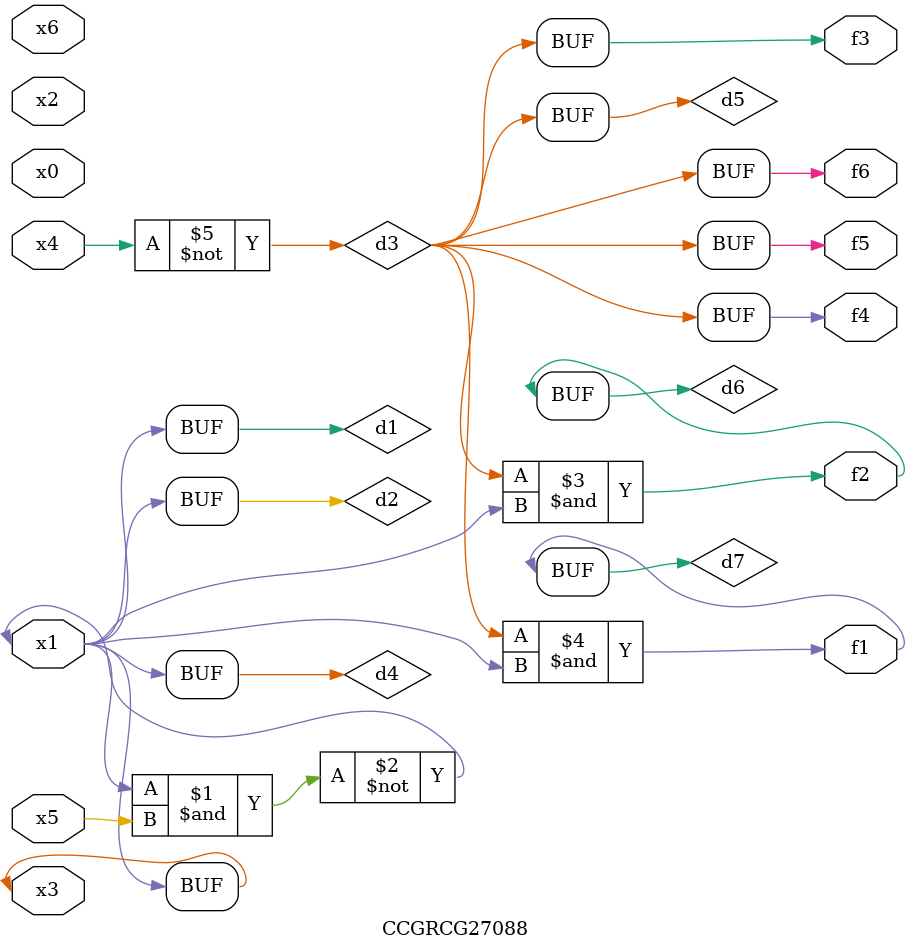
<source format=v>
module CCGRCG27088(
	input x0, x1, x2, x3, x4, x5, x6,
	output f1, f2, f3, f4, f5, f6
);

	wire d1, d2, d3, d4, d5, d6, d7;

	buf (d1, x1, x3);
	nand (d2, x1, x5);
	not (d3, x4);
	buf (d4, d1, d2);
	buf (d5, d3);
	and (d6, d3, d4);
	and (d7, d3, d4);
	assign f1 = d7;
	assign f2 = d6;
	assign f3 = d5;
	assign f4 = d5;
	assign f5 = d5;
	assign f6 = d5;
endmodule

</source>
